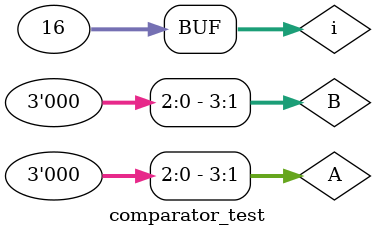
<source format=v>
`timescale 1ns / 1ps


module comparator_test();
reg [3:0] A,B;
wire Y;
integer i;

Comparator uut(A,B,Y);
initial begin
for(i = 0; i<16; i=i+1)
begin
A = $urandom;
B = $urandom;
#10;
end
end
endmodule

</source>
